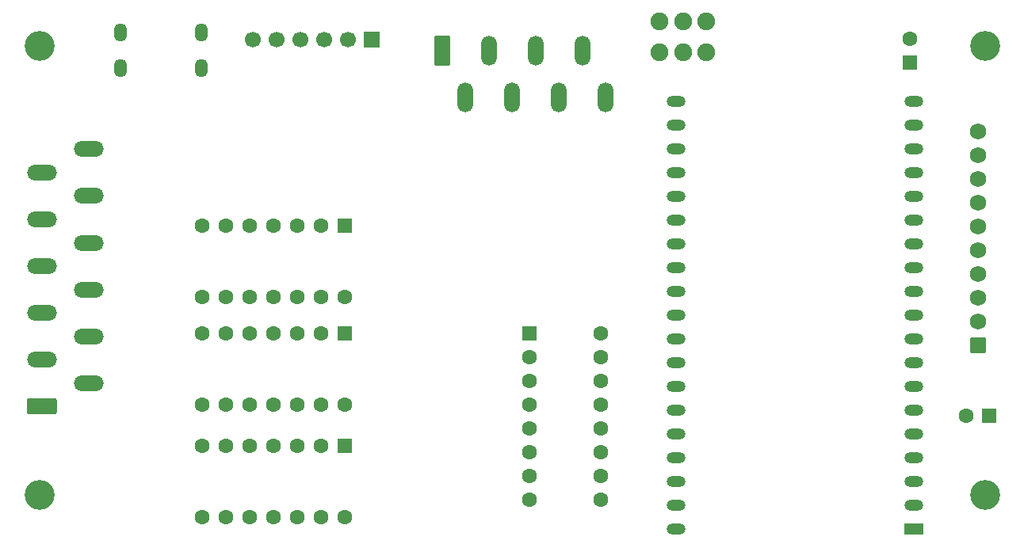
<source format=gbr>
%TF.GenerationSoftware,KiCad,Pcbnew,9.0.3*%
%TF.CreationDate,2025-10-07T23:40:21-05:00*%
%TF.ProjectId,MoistureSensor1,4d6f6973-7475-4726-9553-656e736f7231,1.0.0*%
%TF.SameCoordinates,Original*%
%TF.FileFunction,Soldermask,Bot*%
%TF.FilePolarity,Negative*%
%FSLAX46Y46*%
G04 Gerber Fmt 4.6, Leading zero omitted, Abs format (unit mm)*
G04 Created by KiCad (PCBNEW 9.0.3) date 2025-10-07 23:40:21*
%MOMM*%
%LPD*%
G01*
G04 APERTURE LIST*
G04 Aperture macros list*
%AMRoundRect*
0 Rectangle with rounded corners*
0 $1 Rounding radius*
0 $2 $3 $4 $5 $6 $7 $8 $9 X,Y pos of 4 corners*
0 Add a 4 corners polygon primitive as box body*
4,1,4,$2,$3,$4,$5,$6,$7,$8,$9,$2,$3,0*
0 Add four circle primitives for the rounded corners*
1,1,$1+$1,$2,$3*
1,1,$1+$1,$4,$5*
1,1,$1+$1,$6,$7*
1,1,$1+$1,$8,$9*
0 Add four rect primitives between the rounded corners*
20,1,$1+$1,$2,$3,$4,$5,0*
20,1,$1+$1,$4,$5,$6,$7,0*
20,1,$1+$1,$6,$7,$8,$9,0*
20,1,$1+$1,$8,$9,$2,$3,0*%
G04 Aperture macros list end*
%ADD10C,3.200000*%
%ADD11R,1.700000X1.700000*%
%ADD12C,1.700000*%
%ADD13RoundRect,0.250000X-0.550000X-0.550000X0.550000X-0.550000X0.550000X0.550000X-0.550000X0.550000X0*%
%ADD14C,1.600000*%
%ADD15RoundRect,0.250000X-0.550000X0.550000X-0.550000X-0.550000X0.550000X-0.550000X0.550000X0.550000X0*%
%ADD16RoundRect,0.250000X0.620000X-0.620000X0.620000X0.620000X-0.620000X0.620000X-0.620000X-0.620000X0*%
%ADD17C,1.740000*%
%ADD18C,1.900000*%
%ADD19RoundRect,0.201923X-0.638077X-1.398077X0.638077X-1.398077X0.638077X1.398077X-0.638077X1.398077X0*%
%ADD20O,1.680000X3.200000*%
%ADD21RoundRect,0.250000X0.550000X-0.550000X0.550000X0.550000X-0.550000X0.550000X-0.550000X-0.550000X0*%
%ADD22O,1.354000X1.954000*%
%ADD23RoundRect,0.250000X0.550000X0.550000X-0.550000X0.550000X-0.550000X-0.550000X0.550000X-0.550000X0*%
%ADD24RoundRect,0.201923X1.398077X-0.638077X1.398077X0.638077X-1.398077X0.638077X-1.398077X-0.638077X0*%
%ADD25O,3.200000X1.680000*%
%ADD26R,2.000000X1.200000*%
%ADD27O,2.000000X1.200000*%
G04 APERTURE END LIST*
D10*
%TO.C,H2*%
X203000000Y-123000000D03*
%TD*%
D11*
%TO.C,SMX*%
X137500000Y-74250000D03*
D12*
X134960000Y-74250000D03*
X132420000Y-74250000D03*
X129880000Y-74250000D03*
X127340000Y-74250000D03*
X124800000Y-74250000D03*
%TD*%
D13*
%TO.C,U4*%
X154380000Y-105720000D03*
D14*
X154380000Y-108260000D03*
X154380000Y-110800000D03*
X154380000Y-113340000D03*
X154380000Y-115880000D03*
X154380000Y-118420000D03*
X154380000Y-120960000D03*
X154380000Y-123500000D03*
X162000000Y-123500000D03*
X162000000Y-120960000D03*
X162000000Y-118420000D03*
X162000000Y-115880000D03*
X162000000Y-113340000D03*
X162000000Y-110800000D03*
X162000000Y-108260000D03*
X162000000Y-105720000D03*
%TD*%
D10*
%TO.C,H1*%
X203000000Y-75000000D03*
%TD*%
%TO.C,H4*%
X102000000Y-75000000D03*
%TD*%
D15*
%TO.C,U6*%
X134620000Y-105695000D03*
D14*
X132080000Y-105695000D03*
X129540000Y-105695000D03*
X127000000Y-105695000D03*
X124460000Y-105695000D03*
X121920000Y-105695000D03*
X119380000Y-105695000D03*
X119380000Y-113315000D03*
X121920000Y-113315000D03*
X124460000Y-113315000D03*
X127000000Y-113315000D03*
X129540000Y-113315000D03*
X132080000Y-113315000D03*
X134620000Y-113315000D03*
%TD*%
D16*
%TO.C,J4*%
X202250000Y-106930000D03*
D17*
X202250000Y-104390000D03*
X202250000Y-101850000D03*
X202250000Y-99310000D03*
X202250000Y-96770000D03*
X202250000Y-94230000D03*
X202250000Y-91690000D03*
X202250000Y-89150000D03*
X202250000Y-86610000D03*
X202250000Y-84070000D03*
%TD*%
D18*
%TO.C,On     Off*%
X173250000Y-72350000D03*
X170750000Y-72350000D03*
X168250000Y-72350000D03*
X173250000Y-75650000D03*
X170750000Y-75650000D03*
X168250000Y-75650000D03*
%TD*%
D19*
%TO.C,J6*%
X145000000Y-75500000D03*
D20*
X147500000Y-80500000D03*
X150000000Y-75500000D03*
X152500000Y-80500000D03*
X155000000Y-75500000D03*
X157500000Y-80500000D03*
X160000000Y-75500000D03*
X162500000Y-80500000D03*
%TD*%
D21*
%TO.C,C4*%
X195000000Y-76705113D03*
D14*
X195000000Y-74205113D03*
%TD*%
D10*
%TO.C,H3*%
X102000000Y-123000000D03*
%TD*%
D22*
%TO.C,5v in*%
X119320000Y-77300000D03*
X110680000Y-77300000D03*
X119320000Y-73500000D03*
X110680000Y-73500000D03*
%TD*%
D23*
%TO.C,C3*%
X203500000Y-114500000D03*
D14*
X201000000Y-114500000D03*
%TD*%
D24*
%TO.C,J5*%
X102250000Y-113500000D03*
D25*
X107250000Y-111000000D03*
X102250000Y-108500000D03*
X107250000Y-106000000D03*
X102250000Y-103500000D03*
X107250000Y-101000000D03*
X102250000Y-98500000D03*
X107250000Y-96000000D03*
X102250000Y-93500000D03*
X107250000Y-91000000D03*
X102250000Y-88500000D03*
X107250000Y-86000000D03*
%TD*%
D15*
%TO.C,U5*%
X134620000Y-117695000D03*
D14*
X132080000Y-117695000D03*
X129540000Y-117695000D03*
X127000000Y-117695000D03*
X124460000Y-117695000D03*
X121920000Y-117695000D03*
X119380000Y-117695000D03*
X119380000Y-125315000D03*
X121920000Y-125315000D03*
X124460000Y-125315000D03*
X127000000Y-125315000D03*
X129540000Y-125315000D03*
X132080000Y-125315000D03*
X134620000Y-125315000D03*
%TD*%
D26*
%TO.C,U1*%
X195400000Y-126640000D03*
D27*
X195400000Y-124100000D03*
X195400000Y-121560000D03*
X195400000Y-119020000D03*
X195400000Y-116480000D03*
X195400000Y-113940000D03*
X195400000Y-111400000D03*
X195400000Y-108860000D03*
X195400000Y-106320000D03*
X195400000Y-103780000D03*
X195400000Y-101240000D03*
X195400000Y-98700000D03*
X195400000Y-96160000D03*
X195400000Y-93620000D03*
X195400000Y-91080000D03*
X195400000Y-88540000D03*
X195400000Y-86000000D03*
X195400000Y-83460000D03*
X195400000Y-80920000D03*
X170003680Y-80922720D03*
X170003680Y-83462720D03*
X170000000Y-86000000D03*
X170000000Y-88540000D03*
X170000000Y-91080000D03*
X170000000Y-93620000D03*
X170000000Y-96160000D03*
X170000000Y-98700000D03*
X170000000Y-101240000D03*
X170000000Y-103780000D03*
X170000000Y-106320000D03*
X170000000Y-108860000D03*
X170000000Y-111400000D03*
X170000000Y-113940000D03*
X170000000Y-116480000D03*
X170000000Y-119020000D03*
X170000000Y-121560000D03*
X170000000Y-124100000D03*
X170000000Y-126640000D03*
%TD*%
D15*
%TO.C,U7*%
X134620000Y-94195000D03*
D14*
X132080000Y-94195000D03*
X129540000Y-94195000D03*
X127000000Y-94195000D03*
X124460000Y-94195000D03*
X121920000Y-94195000D03*
X119380000Y-94195000D03*
X119380000Y-101815000D03*
X121920000Y-101815000D03*
X124460000Y-101815000D03*
X127000000Y-101815000D03*
X129540000Y-101815000D03*
X132080000Y-101815000D03*
X134620000Y-101815000D03*
%TD*%
M02*

</source>
